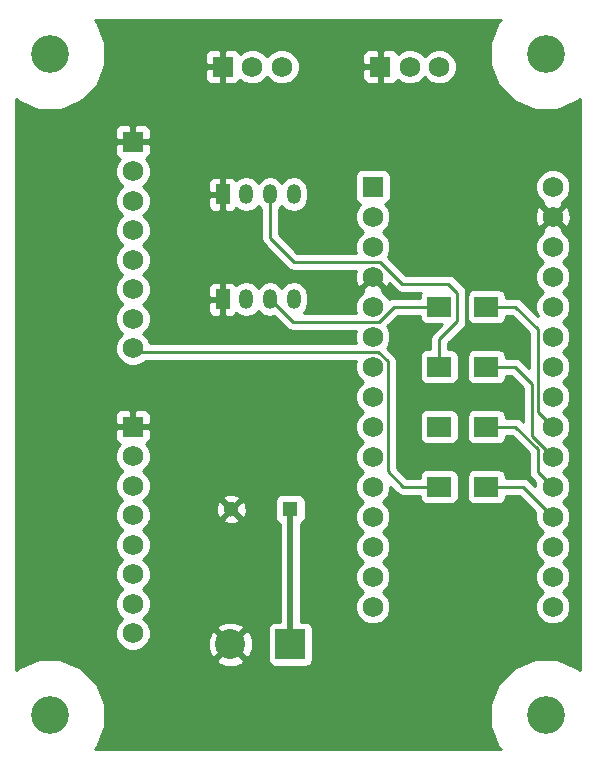
<source format=gbr>
G04 #@! TF.FileFunction,Copper,L1,Top,Signal*
%FSLAX46Y46*%
G04 Gerber Fmt 4.6, Leading zero omitted, Abs format (unit mm)*
G04 Created by KiCad (PCBNEW 4.0.3+e1-6302~38~ubuntu15.04.1-stable) date Sat Aug 27 17:27:27 2016*
%MOMM*%
%LPD*%
G01*
G04 APERTURE LIST*
%ADD10C,0.100000*%
%ADD11R,1.727200X1.727200*%
%ADD12C,1.727200*%
%ADD13R,1.300000X1.300000*%
%ADD14C,1.300000*%
%ADD15R,1.750000X1.750000*%
%ADD16C,1.750000*%
%ADD17R,1.200000X1.700000*%
%ADD18O,1.200000X1.700000*%
%ADD19R,2.540000X2.540000*%
%ADD20C,2.540000*%
%ADD21R,2.000000X1.700000*%
%ADD22C,3.200000*%
%ADD23C,0.600000*%
%ADD24C,0.500000*%
%ADD25C,0.250000*%
%ADD26C,0.254000*%
G04 APERTURE END LIST*
D10*
D11*
X86360000Y-55245000D03*
D12*
X86360000Y-57785000D03*
X86360000Y-60325000D03*
X86360000Y-62865000D03*
X86360000Y-65405000D03*
X86360000Y-67945000D03*
X86360000Y-70485000D03*
X86360000Y-73025000D03*
X86360000Y-75565000D03*
X86360000Y-78105000D03*
X86360000Y-80645000D03*
X86360000Y-83185000D03*
X86360000Y-85725000D03*
X86360000Y-88265000D03*
X86360000Y-90805000D03*
X101600000Y-90805000D03*
X101600000Y-88265000D03*
X101600000Y-85725000D03*
X101600000Y-83185000D03*
X101600000Y-80645000D03*
X101600000Y-78105000D03*
X101600000Y-75565000D03*
X101600000Y-73025000D03*
X101600000Y-70485000D03*
X101600000Y-67945000D03*
X101600000Y-65405000D03*
X101600000Y-62865000D03*
X101600000Y-60325000D03*
X101600000Y-57785000D03*
X101600000Y-55245000D03*
D13*
X79375000Y-82550000D03*
D14*
X74375000Y-82550000D03*
D15*
X66040000Y-51435000D03*
D16*
X66040000Y-53935000D03*
X66040000Y-56435000D03*
X66040000Y-58935000D03*
X66040000Y-61435000D03*
X66040000Y-63935000D03*
X66040000Y-66435000D03*
X66040000Y-68935000D03*
D15*
X66040000Y-75565000D03*
D16*
X66040000Y-78065000D03*
X66040000Y-80565000D03*
X66040000Y-83065000D03*
X66040000Y-85565000D03*
X66040000Y-88065000D03*
X66040000Y-90565000D03*
X66040000Y-93065000D03*
D17*
X73660000Y-55880000D03*
D18*
X75660000Y-55880000D03*
X77660000Y-55880000D03*
X79660000Y-55880000D03*
D17*
X73660000Y-64770000D03*
D18*
X75660000Y-64770000D03*
X77660000Y-64770000D03*
X79660000Y-64770000D03*
D19*
X79375000Y-93980000D03*
D20*
X74295000Y-93980000D03*
D21*
X95980000Y-80645000D03*
X91980000Y-80645000D03*
X95980000Y-75565000D03*
X91980000Y-75565000D03*
X95980000Y-70485000D03*
X91980000Y-70485000D03*
X95980000Y-65405000D03*
X91980000Y-65405000D03*
D15*
X73660000Y-45085000D03*
D16*
X76160000Y-45085000D03*
X78660000Y-45085000D03*
D15*
X86995000Y-45085000D03*
D16*
X89495000Y-45085000D03*
X91995000Y-45085000D03*
D22*
X59000000Y-44000000D03*
X101000000Y-44000000D03*
X59000000Y-100000000D03*
X101000000Y-100000000D03*
D23*
X91980000Y-75565000D03*
D24*
X74295000Y-82630000D02*
X74375000Y-82550000D01*
D25*
X101600000Y-83185000D02*
X99060000Y-80645000D01*
X99060000Y-80645000D02*
X98134760Y-80645000D01*
X98134760Y-80645000D02*
X95980000Y-80645000D01*
X101600000Y-80645000D02*
X100330861Y-79375861D01*
X100330861Y-79375861D02*
X100330861Y-77472271D01*
X100330861Y-77472271D02*
X98423590Y-75565000D01*
X98423590Y-75565000D02*
X95980000Y-75565000D01*
X95980000Y-70485000D02*
X98410468Y-70485000D01*
X98410468Y-70485000D02*
X99864617Y-71939149D01*
X99864617Y-71939149D02*
X99864617Y-76369617D01*
X100617028Y-77122028D02*
X101600000Y-78105000D01*
X99864617Y-76369617D02*
X100617028Y-77122028D01*
X101600000Y-78105000D02*
X101473000Y-78105000D01*
X101600000Y-75565000D02*
X100330000Y-74295000D01*
X100330000Y-74295000D02*
X100330000Y-67310000D01*
X100330000Y-67310000D02*
X98425000Y-65405000D01*
X98425000Y-65405000D02*
X95980000Y-65405000D01*
X101600000Y-75565000D02*
X101473000Y-75565000D01*
X101600000Y-75565000D02*
X101060000Y-75565000D01*
D24*
X79375000Y-82550000D02*
X79375000Y-93980000D01*
D25*
X91980000Y-80645000D02*
X88917897Y-80645000D01*
X88917897Y-80645000D02*
X87615333Y-79342436D01*
X87615333Y-70013489D02*
X86816844Y-69215000D01*
X87615333Y-79342436D02*
X87615333Y-70013489D01*
X86816844Y-69215000D02*
X66320000Y-69215000D01*
X66320000Y-69215000D02*
X66040000Y-68935000D01*
X91980000Y-80645000D02*
X92075000Y-80645000D01*
X91980000Y-70612000D02*
X91980000Y-68180094D01*
X91980000Y-68180094D02*
X93520280Y-66639814D01*
X93520280Y-66639814D02*
X93520280Y-64230482D01*
X93520280Y-64230482D02*
X92746188Y-63456390D01*
X92746188Y-63456390D02*
X88856390Y-63456390D01*
X88856390Y-63456390D02*
X86995000Y-61595000D01*
X86995000Y-61595000D02*
X79650221Y-61595000D01*
X79650221Y-61595000D02*
X77660000Y-59604779D01*
X77660000Y-59604779D02*
X77660000Y-55880000D01*
X91980000Y-65405000D02*
X88165588Y-65405000D01*
X88165588Y-65405000D02*
X86895588Y-66675000D01*
X86895588Y-66675000D02*
X79565000Y-66675000D01*
X79565000Y-66675000D02*
X77660000Y-64770000D01*
X77660000Y-64770000D02*
X77660000Y-64960000D01*
D26*
G36*
X96994981Y-41318874D02*
X96273823Y-43055617D01*
X96272182Y-44936133D01*
X96990308Y-46674132D01*
X98318874Y-48005019D01*
X100055617Y-48726177D01*
X101936133Y-48727818D01*
X103674132Y-48009692D01*
X103873000Y-47811171D01*
X103873000Y-96187190D01*
X103681126Y-95994981D01*
X101944383Y-95273823D01*
X100063867Y-95272182D01*
X98325868Y-95990308D01*
X96994981Y-97318874D01*
X96273823Y-99055617D01*
X96272182Y-100936133D01*
X96990308Y-102674132D01*
X97188829Y-102873000D01*
X62812810Y-102873000D01*
X63005019Y-102681126D01*
X63726177Y-100944383D01*
X63727818Y-99063867D01*
X63009692Y-97325868D01*
X61681126Y-95994981D01*
X60074319Y-95327777D01*
X73126828Y-95327777D01*
X73258520Y-95622657D01*
X73966036Y-95894261D01*
X74723632Y-95874436D01*
X75331480Y-95622657D01*
X75463172Y-95327777D01*
X74295000Y-94159605D01*
X73126828Y-95327777D01*
X60074319Y-95327777D01*
X59944383Y-95273823D01*
X58063867Y-95272182D01*
X56325868Y-95990308D01*
X56127000Y-96188829D01*
X56127000Y-78364040D01*
X64529738Y-78364040D01*
X64759138Y-78919229D01*
X65154536Y-79315318D01*
X64760630Y-79708537D01*
X64530262Y-80263325D01*
X64529738Y-80864040D01*
X64759138Y-81419229D01*
X65154536Y-81815318D01*
X64760630Y-82208537D01*
X64530262Y-82763325D01*
X64529738Y-83364040D01*
X64759138Y-83919229D01*
X65154536Y-84315318D01*
X64760630Y-84708537D01*
X64530262Y-85263325D01*
X64529738Y-85864040D01*
X64759138Y-86419229D01*
X65154536Y-86815318D01*
X64760630Y-87208537D01*
X64530262Y-87763325D01*
X64529738Y-88364040D01*
X64759138Y-88919229D01*
X65154536Y-89315318D01*
X64760630Y-89708537D01*
X64530262Y-90263325D01*
X64529738Y-90864040D01*
X64759138Y-91419229D01*
X65154536Y-91815318D01*
X64760630Y-92208537D01*
X64530262Y-92763325D01*
X64529738Y-93364040D01*
X64759138Y-93919229D01*
X65183537Y-94344370D01*
X65738325Y-94574738D01*
X66339040Y-94575262D01*
X66894229Y-94345862D01*
X67319370Y-93921463D01*
X67431661Y-93651036D01*
X72380739Y-93651036D01*
X72400564Y-94408632D01*
X72652343Y-95016480D01*
X72947223Y-95148172D01*
X74115395Y-93980000D01*
X74474605Y-93980000D01*
X75642777Y-95148172D01*
X75937657Y-95016480D01*
X76209261Y-94308964D01*
X76189436Y-93551368D01*
X75937657Y-92943520D01*
X75642777Y-92811828D01*
X74474605Y-93980000D01*
X74115395Y-93980000D01*
X72947223Y-92811828D01*
X72652343Y-92943520D01*
X72380739Y-93651036D01*
X67431661Y-93651036D01*
X67549738Y-93366675D01*
X67550262Y-92765960D01*
X67495003Y-92632223D01*
X73126828Y-92632223D01*
X74295000Y-93800395D01*
X75385395Y-92710000D01*
X77457560Y-92710000D01*
X77457560Y-95250000D01*
X77501838Y-95485317D01*
X77640910Y-95701441D01*
X77853110Y-95846431D01*
X78105000Y-95897440D01*
X80645000Y-95897440D01*
X80880317Y-95853162D01*
X81096441Y-95714090D01*
X81241431Y-95501890D01*
X81292440Y-95250000D01*
X81292440Y-92710000D01*
X81248162Y-92474683D01*
X81109090Y-92258559D01*
X80896890Y-92113569D01*
X80645000Y-92062560D01*
X80260000Y-92062560D01*
X80260000Y-83803222D01*
X80260317Y-83803162D01*
X80476441Y-83664090D01*
X80621431Y-83451890D01*
X80672440Y-83200000D01*
X80672440Y-81900000D01*
X80628162Y-81664683D01*
X80489090Y-81448559D01*
X80276890Y-81303569D01*
X80025000Y-81252560D01*
X78725000Y-81252560D01*
X78489683Y-81296838D01*
X78273559Y-81435910D01*
X78128569Y-81648110D01*
X78077560Y-81900000D01*
X78077560Y-83200000D01*
X78121838Y-83435317D01*
X78260910Y-83651441D01*
X78473110Y-83796431D01*
X78490000Y-83799851D01*
X78490000Y-92062560D01*
X78105000Y-92062560D01*
X77869683Y-92106838D01*
X77653559Y-92245910D01*
X77508569Y-92458110D01*
X77457560Y-92710000D01*
X75385395Y-92710000D01*
X75463172Y-92632223D01*
X75331480Y-92337343D01*
X74623964Y-92065739D01*
X73866368Y-92085564D01*
X73258520Y-92337343D01*
X73126828Y-92632223D01*
X67495003Y-92632223D01*
X67320862Y-92210771D01*
X66925464Y-91814682D01*
X67319370Y-91421463D01*
X67549738Y-90866675D01*
X67550262Y-90265960D01*
X67320862Y-89710771D01*
X66925464Y-89314682D01*
X67319370Y-88921463D01*
X67549738Y-88366675D01*
X67550262Y-87765960D01*
X67320862Y-87210771D01*
X66925464Y-86814682D01*
X67319370Y-86421463D01*
X67549738Y-85866675D01*
X67550262Y-85265960D01*
X67320862Y-84710771D01*
X66925464Y-84314682D01*
X67319370Y-83921463D01*
X67515547Y-83449016D01*
X73655590Y-83449016D01*
X73711271Y-83679611D01*
X74194078Y-83847622D01*
X74704428Y-83818083D01*
X75038729Y-83679611D01*
X75094410Y-83449016D01*
X74375000Y-82729605D01*
X73655590Y-83449016D01*
X67515547Y-83449016D01*
X67549738Y-83366675D01*
X67550262Y-82765960D01*
X67386274Y-82369078D01*
X73077378Y-82369078D01*
X73106917Y-82879428D01*
X73245389Y-83213729D01*
X73475984Y-83269410D01*
X74195395Y-82550000D01*
X74554605Y-82550000D01*
X75274016Y-83269410D01*
X75504611Y-83213729D01*
X75672622Y-82730922D01*
X75643083Y-82220572D01*
X75504611Y-81886271D01*
X75274016Y-81830590D01*
X74554605Y-82550000D01*
X74195395Y-82550000D01*
X73475984Y-81830590D01*
X73245389Y-81886271D01*
X73077378Y-82369078D01*
X67386274Y-82369078D01*
X67320862Y-82210771D01*
X66925464Y-81814682D01*
X67089447Y-81650984D01*
X73655590Y-81650984D01*
X74375000Y-82370395D01*
X75094410Y-81650984D01*
X75038729Y-81420389D01*
X74555922Y-81252378D01*
X74045572Y-81281917D01*
X73711271Y-81420389D01*
X73655590Y-81650984D01*
X67089447Y-81650984D01*
X67319370Y-81421463D01*
X67549738Y-80866675D01*
X67550262Y-80265960D01*
X67320862Y-79710771D01*
X66925464Y-79314682D01*
X67319370Y-78921463D01*
X67549738Y-78366675D01*
X67550262Y-77765960D01*
X67320862Y-77210771D01*
X67143198Y-77032797D01*
X67274699Y-76978327D01*
X67453327Y-76799698D01*
X67550000Y-76566309D01*
X67550000Y-75850750D01*
X67391250Y-75692000D01*
X66167000Y-75692000D01*
X66167000Y-75712000D01*
X65913000Y-75712000D01*
X65913000Y-75692000D01*
X64688750Y-75692000D01*
X64530000Y-75850750D01*
X64530000Y-76566309D01*
X64626673Y-76799698D01*
X64805301Y-76978327D01*
X64936714Y-77032760D01*
X64760630Y-77208537D01*
X64530262Y-77763325D01*
X64529738Y-78364040D01*
X56127000Y-78364040D01*
X56127000Y-74563691D01*
X64530000Y-74563691D01*
X64530000Y-75279250D01*
X64688750Y-75438000D01*
X65913000Y-75438000D01*
X65913000Y-74213750D01*
X66167000Y-74213750D01*
X66167000Y-75438000D01*
X67391250Y-75438000D01*
X67550000Y-75279250D01*
X67550000Y-74563691D01*
X67453327Y-74330302D01*
X67274699Y-74151673D01*
X67041310Y-74055000D01*
X66325750Y-74055000D01*
X66167000Y-74213750D01*
X65913000Y-74213750D01*
X65754250Y-74055000D01*
X65038690Y-74055000D01*
X64805301Y-74151673D01*
X64626673Y-74330302D01*
X64530000Y-74563691D01*
X56127000Y-74563691D01*
X56127000Y-54234040D01*
X64529738Y-54234040D01*
X64759138Y-54789229D01*
X65154536Y-55185318D01*
X64760630Y-55578537D01*
X64530262Y-56133325D01*
X64529738Y-56734040D01*
X64759138Y-57289229D01*
X65154536Y-57685318D01*
X64760630Y-58078537D01*
X64530262Y-58633325D01*
X64529738Y-59234040D01*
X64759138Y-59789229D01*
X65154536Y-60185318D01*
X64760630Y-60578537D01*
X64530262Y-61133325D01*
X64529738Y-61734040D01*
X64759138Y-62289229D01*
X65154536Y-62685318D01*
X64760630Y-63078537D01*
X64530262Y-63633325D01*
X64529738Y-64234040D01*
X64759138Y-64789229D01*
X65154536Y-65185318D01*
X64760630Y-65578537D01*
X64530262Y-66133325D01*
X64529738Y-66734040D01*
X64759138Y-67289229D01*
X65154536Y-67685318D01*
X64760630Y-68078537D01*
X64530262Y-68633325D01*
X64529738Y-69234040D01*
X64759138Y-69789229D01*
X65183537Y-70214370D01*
X65738325Y-70444738D01*
X66339040Y-70445262D01*
X66894229Y-70215862D01*
X67135512Y-69975000D01*
X84949111Y-69975000D01*
X84861661Y-70185602D01*
X84861141Y-70781782D01*
X85088808Y-71332780D01*
X85510003Y-71754710D01*
X85510931Y-71755095D01*
X85090290Y-72175003D01*
X84861661Y-72725602D01*
X84861141Y-73321782D01*
X85088808Y-73872780D01*
X85510003Y-74294710D01*
X85510931Y-74295095D01*
X85090290Y-74715003D01*
X84861661Y-75265602D01*
X84861141Y-75861782D01*
X85088808Y-76412780D01*
X85510003Y-76834710D01*
X85510931Y-76835095D01*
X85090290Y-77255003D01*
X84861661Y-77805602D01*
X84861141Y-78401782D01*
X85088808Y-78952780D01*
X85510003Y-79374710D01*
X85510931Y-79375095D01*
X85090290Y-79795003D01*
X84861661Y-80345602D01*
X84861141Y-80941782D01*
X85088808Y-81492780D01*
X85510003Y-81914710D01*
X85510931Y-81915095D01*
X85090290Y-82335003D01*
X84861661Y-82885602D01*
X84861141Y-83481782D01*
X85088808Y-84032780D01*
X85510003Y-84454710D01*
X85510931Y-84455095D01*
X85090290Y-84875003D01*
X84861661Y-85425602D01*
X84861141Y-86021782D01*
X85088808Y-86572780D01*
X85510003Y-86994710D01*
X85510931Y-86995095D01*
X85090290Y-87415003D01*
X84861661Y-87965602D01*
X84861141Y-88561782D01*
X85088808Y-89112780D01*
X85510003Y-89534710D01*
X85510931Y-89535095D01*
X85090290Y-89955003D01*
X84861661Y-90505602D01*
X84861141Y-91101782D01*
X85088808Y-91652780D01*
X85510003Y-92074710D01*
X86060602Y-92303339D01*
X86656782Y-92303859D01*
X87207780Y-92076192D01*
X87629710Y-91654997D01*
X87858339Y-91104398D01*
X87858859Y-90508218D01*
X87631192Y-89957220D01*
X87209997Y-89535290D01*
X87209069Y-89534905D01*
X87629710Y-89114997D01*
X87858339Y-88564398D01*
X87858859Y-87968218D01*
X87631192Y-87417220D01*
X87209997Y-86995290D01*
X87209069Y-86994905D01*
X87629710Y-86574997D01*
X87858339Y-86024398D01*
X87858859Y-85428218D01*
X87631192Y-84877220D01*
X87209997Y-84455290D01*
X87209069Y-84454905D01*
X87629710Y-84034997D01*
X87858339Y-83484398D01*
X87858859Y-82888218D01*
X87631192Y-82337220D01*
X87209997Y-81915290D01*
X87209069Y-81914905D01*
X87629710Y-81494997D01*
X87858339Y-80944398D01*
X87858587Y-80660492D01*
X88380496Y-81182401D01*
X88627058Y-81347148D01*
X88917897Y-81405000D01*
X90332560Y-81405000D01*
X90332560Y-81495000D01*
X90376838Y-81730317D01*
X90515910Y-81946441D01*
X90728110Y-82091431D01*
X90980000Y-82142440D01*
X92980000Y-82142440D01*
X93215317Y-82098162D01*
X93431441Y-81959090D01*
X93576431Y-81746890D01*
X93627440Y-81495000D01*
X93627440Y-79795000D01*
X93583162Y-79559683D01*
X93444090Y-79343559D01*
X93231890Y-79198569D01*
X92980000Y-79147560D01*
X90980000Y-79147560D01*
X90744683Y-79191838D01*
X90528559Y-79330910D01*
X90383569Y-79543110D01*
X90332560Y-79795000D01*
X90332560Y-79885000D01*
X89232699Y-79885000D01*
X88375333Y-79027634D01*
X88375333Y-74715000D01*
X90332560Y-74715000D01*
X90332560Y-76415000D01*
X90376838Y-76650317D01*
X90515910Y-76866441D01*
X90728110Y-77011431D01*
X90980000Y-77062440D01*
X92980000Y-77062440D01*
X93215317Y-77018162D01*
X93431441Y-76879090D01*
X93576431Y-76666890D01*
X93627440Y-76415000D01*
X93627440Y-74715000D01*
X93583162Y-74479683D01*
X93444090Y-74263559D01*
X93231890Y-74118569D01*
X92980000Y-74067560D01*
X90980000Y-74067560D01*
X90744683Y-74111838D01*
X90528559Y-74250910D01*
X90383569Y-74463110D01*
X90332560Y-74715000D01*
X88375333Y-74715000D01*
X88375333Y-70013489D01*
X88317481Y-69722650D01*
X88152734Y-69476088D01*
X87550608Y-68873962D01*
X87629710Y-68794997D01*
X87858339Y-68244398D01*
X87858859Y-67648218D01*
X87631192Y-67097220D01*
X87589717Y-67055673D01*
X88480390Y-66165000D01*
X90332560Y-66165000D01*
X90332560Y-66255000D01*
X90376838Y-66490317D01*
X90515910Y-66706441D01*
X90728110Y-66851431D01*
X90980000Y-66902440D01*
X92182852Y-66902440D01*
X91442599Y-67642693D01*
X91277852Y-67889255D01*
X91220000Y-68180094D01*
X91220000Y-68987560D01*
X90980000Y-68987560D01*
X90744683Y-69031838D01*
X90528559Y-69170910D01*
X90383569Y-69383110D01*
X90332560Y-69635000D01*
X90332560Y-71335000D01*
X90376838Y-71570317D01*
X90515910Y-71786441D01*
X90728110Y-71931431D01*
X90980000Y-71982440D01*
X92980000Y-71982440D01*
X93215317Y-71938162D01*
X93431441Y-71799090D01*
X93576431Y-71586890D01*
X93627440Y-71335000D01*
X93627440Y-69635000D01*
X93583162Y-69399683D01*
X93444090Y-69183559D01*
X93231890Y-69038569D01*
X92980000Y-68987560D01*
X92740000Y-68987560D01*
X92740000Y-68494896D01*
X94057681Y-67177215D01*
X94222428Y-66930653D01*
X94280280Y-66639814D01*
X94280280Y-64555000D01*
X94332560Y-64555000D01*
X94332560Y-66255000D01*
X94376838Y-66490317D01*
X94515910Y-66706441D01*
X94728110Y-66851431D01*
X94980000Y-66902440D01*
X96980000Y-66902440D01*
X97215317Y-66858162D01*
X97431441Y-66719090D01*
X97576431Y-66506890D01*
X97627440Y-66255000D01*
X97627440Y-66165000D01*
X98110198Y-66165000D01*
X99570000Y-67624802D01*
X99570000Y-70569730D01*
X98947869Y-69947599D01*
X98701307Y-69782852D01*
X98410468Y-69725000D01*
X97627440Y-69725000D01*
X97627440Y-69635000D01*
X97583162Y-69399683D01*
X97444090Y-69183559D01*
X97231890Y-69038569D01*
X96980000Y-68987560D01*
X94980000Y-68987560D01*
X94744683Y-69031838D01*
X94528559Y-69170910D01*
X94383569Y-69383110D01*
X94332560Y-69635000D01*
X94332560Y-71335000D01*
X94376838Y-71570317D01*
X94515910Y-71786441D01*
X94728110Y-71931431D01*
X94980000Y-71982440D01*
X96980000Y-71982440D01*
X97215317Y-71938162D01*
X97431441Y-71799090D01*
X97576431Y-71586890D01*
X97627440Y-71335000D01*
X97627440Y-71245000D01*
X98095666Y-71245000D01*
X99104617Y-72253951D01*
X99104617Y-75171225D01*
X98960991Y-75027599D01*
X98714429Y-74862852D01*
X98423590Y-74805000D01*
X97627440Y-74805000D01*
X97627440Y-74715000D01*
X97583162Y-74479683D01*
X97444090Y-74263559D01*
X97231890Y-74118569D01*
X96980000Y-74067560D01*
X94980000Y-74067560D01*
X94744683Y-74111838D01*
X94528559Y-74250910D01*
X94383569Y-74463110D01*
X94332560Y-74715000D01*
X94332560Y-76415000D01*
X94376838Y-76650317D01*
X94515910Y-76866441D01*
X94728110Y-77011431D01*
X94980000Y-77062440D01*
X96980000Y-77062440D01*
X97215317Y-77018162D01*
X97431441Y-76879090D01*
X97576431Y-76666890D01*
X97627440Y-76415000D01*
X97627440Y-76325000D01*
X98108788Y-76325000D01*
X99570861Y-77787073D01*
X99570861Y-79375861D01*
X99628713Y-79666700D01*
X99793460Y-79913262D01*
X100138084Y-80257886D01*
X100101661Y-80345602D01*
X100101429Y-80611627D01*
X99597401Y-80107599D01*
X99350839Y-79942852D01*
X99060000Y-79885000D01*
X97627440Y-79885000D01*
X97627440Y-79795000D01*
X97583162Y-79559683D01*
X97444090Y-79343559D01*
X97231890Y-79198569D01*
X96980000Y-79147560D01*
X94980000Y-79147560D01*
X94744683Y-79191838D01*
X94528559Y-79330910D01*
X94383569Y-79543110D01*
X94332560Y-79795000D01*
X94332560Y-81495000D01*
X94376838Y-81730317D01*
X94515910Y-81946441D01*
X94728110Y-82091431D01*
X94980000Y-82142440D01*
X96980000Y-82142440D01*
X97215317Y-82098162D01*
X97431441Y-81959090D01*
X97576431Y-81746890D01*
X97627440Y-81495000D01*
X97627440Y-81405000D01*
X98745198Y-81405000D01*
X100138084Y-82797886D01*
X100101661Y-82885602D01*
X100101141Y-83481782D01*
X100328808Y-84032780D01*
X100750003Y-84454710D01*
X100750931Y-84455095D01*
X100330290Y-84875003D01*
X100101661Y-85425602D01*
X100101141Y-86021782D01*
X100328808Y-86572780D01*
X100750003Y-86994710D01*
X100750931Y-86995095D01*
X100330290Y-87415003D01*
X100101661Y-87965602D01*
X100101141Y-88561782D01*
X100328808Y-89112780D01*
X100750003Y-89534710D01*
X100750931Y-89535095D01*
X100330290Y-89955003D01*
X100101661Y-90505602D01*
X100101141Y-91101782D01*
X100328808Y-91652780D01*
X100750003Y-92074710D01*
X101300602Y-92303339D01*
X101896782Y-92303859D01*
X102447780Y-92076192D01*
X102869710Y-91654997D01*
X103098339Y-91104398D01*
X103098859Y-90508218D01*
X102871192Y-89957220D01*
X102449997Y-89535290D01*
X102449069Y-89534905D01*
X102869710Y-89114997D01*
X103098339Y-88564398D01*
X103098859Y-87968218D01*
X102871192Y-87417220D01*
X102449997Y-86995290D01*
X102449069Y-86994905D01*
X102869710Y-86574997D01*
X103098339Y-86024398D01*
X103098859Y-85428218D01*
X102871192Y-84877220D01*
X102449997Y-84455290D01*
X102449069Y-84454905D01*
X102869710Y-84034997D01*
X103098339Y-83484398D01*
X103098859Y-82888218D01*
X102871192Y-82337220D01*
X102449997Y-81915290D01*
X102449069Y-81914905D01*
X102869710Y-81494997D01*
X103098339Y-80944398D01*
X103098859Y-80348218D01*
X102871192Y-79797220D01*
X102449997Y-79375290D01*
X102449069Y-79374905D01*
X102869710Y-78954997D01*
X103098339Y-78404398D01*
X103098859Y-77808218D01*
X102871192Y-77257220D01*
X102449997Y-76835290D01*
X102449069Y-76834905D01*
X102869710Y-76414997D01*
X103098339Y-75864398D01*
X103098859Y-75268218D01*
X102871192Y-74717220D01*
X102449997Y-74295290D01*
X102449069Y-74294905D01*
X102869710Y-73874997D01*
X103098339Y-73324398D01*
X103098859Y-72728218D01*
X102871192Y-72177220D01*
X102449997Y-71755290D01*
X102449069Y-71754905D01*
X102869710Y-71334997D01*
X103098339Y-70784398D01*
X103098859Y-70188218D01*
X102871192Y-69637220D01*
X102449997Y-69215290D01*
X102449069Y-69214905D01*
X102869710Y-68794997D01*
X103098339Y-68244398D01*
X103098859Y-67648218D01*
X102871192Y-67097220D01*
X102449997Y-66675290D01*
X102449069Y-66674905D01*
X102869710Y-66254997D01*
X103098339Y-65704398D01*
X103098859Y-65108218D01*
X102871192Y-64557220D01*
X102449997Y-64135290D01*
X102449069Y-64134905D01*
X102869710Y-63714997D01*
X103098339Y-63164398D01*
X103098859Y-62568218D01*
X102871192Y-62017220D01*
X102449997Y-61595290D01*
X102449069Y-61594905D01*
X102869710Y-61174997D01*
X103098339Y-60624398D01*
X103098859Y-60028218D01*
X102871192Y-59477220D01*
X102449997Y-59055290D01*
X102409463Y-59038459D01*
X102474200Y-58838805D01*
X101600000Y-57964605D01*
X100725800Y-58838805D01*
X100790399Y-59038033D01*
X100752220Y-59053808D01*
X100330290Y-59475003D01*
X100101661Y-60025602D01*
X100101141Y-60621782D01*
X100328808Y-61172780D01*
X100750003Y-61594710D01*
X100750931Y-61595095D01*
X100330290Y-62015003D01*
X100101661Y-62565602D01*
X100101141Y-63161782D01*
X100328808Y-63712780D01*
X100750003Y-64134710D01*
X100750931Y-64135095D01*
X100330290Y-64555003D01*
X100101661Y-65105602D01*
X100101141Y-65701782D01*
X100315589Y-66220787D01*
X98962401Y-64867599D01*
X98715839Y-64702852D01*
X98425000Y-64645000D01*
X97627440Y-64645000D01*
X97627440Y-64555000D01*
X97583162Y-64319683D01*
X97444090Y-64103559D01*
X97231890Y-63958569D01*
X96980000Y-63907560D01*
X94980000Y-63907560D01*
X94744683Y-63951838D01*
X94528559Y-64090910D01*
X94383569Y-64303110D01*
X94332560Y-64555000D01*
X94280280Y-64555000D01*
X94280280Y-64230482D01*
X94222428Y-63939643D01*
X94222428Y-63939642D01*
X94057681Y-63693081D01*
X93283589Y-62918989D01*
X93037027Y-62754242D01*
X92746188Y-62696390D01*
X89171192Y-62696390D01*
X87635604Y-61160802D01*
X87858339Y-60624398D01*
X87858859Y-60028218D01*
X87631192Y-59477220D01*
X87209997Y-59055290D01*
X87209069Y-59054905D01*
X87629710Y-58634997D01*
X87858339Y-58084398D01*
X87858802Y-57553030D01*
X100089752Y-57553030D01*
X100115942Y-58148635D01*
X100293484Y-58577259D01*
X100546195Y-58659200D01*
X101420395Y-57785000D01*
X101779605Y-57785000D01*
X102653805Y-58659200D01*
X102906516Y-58577259D01*
X103110248Y-58016970D01*
X103084058Y-57421365D01*
X102906516Y-56992741D01*
X102653805Y-56910800D01*
X101779605Y-57785000D01*
X101420395Y-57785000D01*
X100546195Y-56910800D01*
X100293484Y-56992741D01*
X100089752Y-57553030D01*
X87858802Y-57553030D01*
X87858859Y-57488218D01*
X87631192Y-56937220D01*
X87414475Y-56720124D01*
X87458917Y-56711762D01*
X87675041Y-56572690D01*
X87820031Y-56360490D01*
X87871040Y-56108600D01*
X87871040Y-55541782D01*
X100101141Y-55541782D01*
X100328808Y-56092780D01*
X100750003Y-56514710D01*
X100790537Y-56531541D01*
X100725800Y-56731195D01*
X101600000Y-57605395D01*
X102474200Y-56731195D01*
X102409601Y-56531967D01*
X102447780Y-56516192D01*
X102869710Y-56094997D01*
X103098339Y-55544398D01*
X103098859Y-54948218D01*
X102871192Y-54397220D01*
X102449997Y-53975290D01*
X101899398Y-53746661D01*
X101303218Y-53746141D01*
X100752220Y-53973808D01*
X100330290Y-54395003D01*
X100101661Y-54945602D01*
X100101141Y-55541782D01*
X87871040Y-55541782D01*
X87871040Y-54381400D01*
X87826762Y-54146083D01*
X87687690Y-53929959D01*
X87475490Y-53784969D01*
X87223600Y-53733960D01*
X85496400Y-53733960D01*
X85261083Y-53778238D01*
X85044959Y-53917310D01*
X84899969Y-54129510D01*
X84848960Y-54381400D01*
X84848960Y-56108600D01*
X84893238Y-56343917D01*
X85032310Y-56560041D01*
X85244510Y-56705031D01*
X85307820Y-56717852D01*
X85090290Y-56935003D01*
X84861661Y-57485602D01*
X84861141Y-58081782D01*
X85088808Y-58632780D01*
X85510003Y-59054710D01*
X85510931Y-59055095D01*
X85090290Y-59475003D01*
X84861661Y-60025602D01*
X84861141Y-60621782D01*
X84949241Y-60835000D01*
X79965023Y-60835000D01*
X78420000Y-59289977D01*
X78420000Y-57108059D01*
X78533277Y-57032370D01*
X78660000Y-56842715D01*
X78786723Y-57032370D01*
X79187386Y-57300084D01*
X79660000Y-57394093D01*
X80132614Y-57300084D01*
X80533277Y-57032370D01*
X80800991Y-56631707D01*
X80895000Y-56159093D01*
X80895000Y-55600907D01*
X80800991Y-55128293D01*
X80533277Y-54727630D01*
X80132614Y-54459916D01*
X79660000Y-54365907D01*
X79187386Y-54459916D01*
X78786723Y-54727630D01*
X78660000Y-54917285D01*
X78533277Y-54727630D01*
X78132614Y-54459916D01*
X77660000Y-54365907D01*
X77187386Y-54459916D01*
X76786723Y-54727630D01*
X76660000Y-54917285D01*
X76533277Y-54727630D01*
X76132614Y-54459916D01*
X75660000Y-54365907D01*
X75187386Y-54459916D01*
X74814410Y-54709130D01*
X74798327Y-54670301D01*
X74619698Y-54491673D01*
X74386309Y-54395000D01*
X73945750Y-54395000D01*
X73787000Y-54553750D01*
X73787000Y-55753000D01*
X73807000Y-55753000D01*
X73807000Y-56007000D01*
X73787000Y-56007000D01*
X73787000Y-57206250D01*
X73945750Y-57365000D01*
X74386309Y-57365000D01*
X74619698Y-57268327D01*
X74798327Y-57089699D01*
X74814410Y-57050870D01*
X75187386Y-57300084D01*
X75660000Y-57394093D01*
X76132614Y-57300084D01*
X76533277Y-57032370D01*
X76660000Y-56842715D01*
X76786723Y-57032370D01*
X76900000Y-57108059D01*
X76900000Y-59604779D01*
X76957852Y-59895618D01*
X77122599Y-60142180D01*
X79112820Y-62132401D01*
X79359382Y-62297148D01*
X79650221Y-62355000D01*
X84950849Y-62355000D01*
X84849752Y-62633030D01*
X84875942Y-63228635D01*
X85053484Y-63657259D01*
X85306195Y-63739200D01*
X86180395Y-62865000D01*
X86166253Y-62850858D01*
X86345858Y-62671253D01*
X86360000Y-62685395D01*
X86374143Y-62671253D01*
X86553748Y-62850858D01*
X86539605Y-62865000D01*
X87413805Y-63739200D01*
X87666516Y-63657259D01*
X87750764Y-63425566D01*
X88318989Y-63993791D01*
X88565551Y-64158538D01*
X88856390Y-64216390D01*
X90442822Y-64216390D01*
X90383569Y-64303110D01*
X90332560Y-64555000D01*
X90332560Y-64645000D01*
X88165588Y-64645000D01*
X87874748Y-64702852D01*
X87731041Y-64798874D01*
X87631192Y-64557220D01*
X87209997Y-64135290D01*
X87169463Y-64118459D01*
X87234200Y-63918805D01*
X86360000Y-63044605D01*
X85485800Y-63918805D01*
X85550399Y-64118033D01*
X85512220Y-64133808D01*
X85090290Y-64555003D01*
X84861661Y-65105602D01*
X84861141Y-65701782D01*
X84949241Y-65915000D01*
X80538201Y-65915000D01*
X80800991Y-65521707D01*
X80895000Y-65049093D01*
X80895000Y-64490907D01*
X80800991Y-64018293D01*
X80533277Y-63617630D01*
X80132614Y-63349916D01*
X79660000Y-63255907D01*
X79187386Y-63349916D01*
X78786723Y-63617630D01*
X78660000Y-63807285D01*
X78533277Y-63617630D01*
X78132614Y-63349916D01*
X77660000Y-63255907D01*
X77187386Y-63349916D01*
X76786723Y-63617630D01*
X76660000Y-63807285D01*
X76533277Y-63617630D01*
X76132614Y-63349916D01*
X75660000Y-63255907D01*
X75187386Y-63349916D01*
X74814410Y-63599130D01*
X74798327Y-63560301D01*
X74619698Y-63381673D01*
X74386309Y-63285000D01*
X73945750Y-63285000D01*
X73787000Y-63443750D01*
X73787000Y-64643000D01*
X73807000Y-64643000D01*
X73807000Y-64897000D01*
X73787000Y-64897000D01*
X73787000Y-66096250D01*
X73945750Y-66255000D01*
X74386309Y-66255000D01*
X74619698Y-66158327D01*
X74798327Y-65979699D01*
X74814410Y-65940870D01*
X75187386Y-66190084D01*
X75660000Y-66284093D01*
X76132614Y-66190084D01*
X76533277Y-65922370D01*
X76660000Y-65732715D01*
X76786723Y-65922370D01*
X77187386Y-66190084D01*
X77660000Y-66284093D01*
X78026408Y-66211210D01*
X79027599Y-67212401D01*
X79274161Y-67377148D01*
X79565000Y-67435000D01*
X84949111Y-67435000D01*
X84861661Y-67645602D01*
X84861141Y-68241782D01*
X84949241Y-68455000D01*
X67475491Y-68455000D01*
X67320862Y-68080771D01*
X66925464Y-67684682D01*
X67319370Y-67291463D01*
X67549738Y-66736675D01*
X67550262Y-66135960D01*
X67320862Y-65580771D01*
X66925464Y-65184682D01*
X67054621Y-65055750D01*
X72425000Y-65055750D01*
X72425000Y-65746310D01*
X72521673Y-65979699D01*
X72700302Y-66158327D01*
X72933691Y-66255000D01*
X73374250Y-66255000D01*
X73533000Y-66096250D01*
X73533000Y-64897000D01*
X72583750Y-64897000D01*
X72425000Y-65055750D01*
X67054621Y-65055750D01*
X67319370Y-64791463D01*
X67549738Y-64236675D01*
X67550124Y-63793690D01*
X72425000Y-63793690D01*
X72425000Y-64484250D01*
X72583750Y-64643000D01*
X73533000Y-64643000D01*
X73533000Y-63443750D01*
X73374250Y-63285000D01*
X72933691Y-63285000D01*
X72700302Y-63381673D01*
X72521673Y-63560301D01*
X72425000Y-63793690D01*
X67550124Y-63793690D01*
X67550262Y-63635960D01*
X67320862Y-63080771D01*
X66925464Y-62684682D01*
X67319370Y-62291463D01*
X67549738Y-61736675D01*
X67550262Y-61135960D01*
X67320862Y-60580771D01*
X66925464Y-60184682D01*
X67319370Y-59791463D01*
X67549738Y-59236675D01*
X67550262Y-58635960D01*
X67320862Y-58080771D01*
X66925464Y-57684682D01*
X67319370Y-57291463D01*
X67549738Y-56736675D01*
X67550236Y-56165750D01*
X72425000Y-56165750D01*
X72425000Y-56856310D01*
X72521673Y-57089699D01*
X72700302Y-57268327D01*
X72933691Y-57365000D01*
X73374250Y-57365000D01*
X73533000Y-57206250D01*
X73533000Y-56007000D01*
X72583750Y-56007000D01*
X72425000Y-56165750D01*
X67550236Y-56165750D01*
X67550262Y-56135960D01*
X67320862Y-55580771D01*
X66925464Y-55184682D01*
X67206946Y-54903690D01*
X72425000Y-54903690D01*
X72425000Y-55594250D01*
X72583750Y-55753000D01*
X73533000Y-55753000D01*
X73533000Y-54553750D01*
X73374250Y-54395000D01*
X72933691Y-54395000D01*
X72700302Y-54491673D01*
X72521673Y-54670301D01*
X72425000Y-54903690D01*
X67206946Y-54903690D01*
X67319370Y-54791463D01*
X67549738Y-54236675D01*
X67550262Y-53635960D01*
X67320862Y-53080771D01*
X67143198Y-52902797D01*
X67274699Y-52848327D01*
X67453327Y-52669698D01*
X67550000Y-52436309D01*
X67550000Y-51720750D01*
X67391250Y-51562000D01*
X66167000Y-51562000D01*
X66167000Y-51582000D01*
X65913000Y-51582000D01*
X65913000Y-51562000D01*
X64688750Y-51562000D01*
X64530000Y-51720750D01*
X64530000Y-52436309D01*
X64626673Y-52669698D01*
X64805301Y-52848327D01*
X64936714Y-52902760D01*
X64760630Y-53078537D01*
X64530262Y-53633325D01*
X64529738Y-54234040D01*
X56127000Y-54234040D01*
X56127000Y-50433691D01*
X64530000Y-50433691D01*
X64530000Y-51149250D01*
X64688750Y-51308000D01*
X65913000Y-51308000D01*
X65913000Y-50083750D01*
X66167000Y-50083750D01*
X66167000Y-51308000D01*
X67391250Y-51308000D01*
X67550000Y-51149250D01*
X67550000Y-50433691D01*
X67453327Y-50200302D01*
X67274699Y-50021673D01*
X67041310Y-49925000D01*
X66325750Y-49925000D01*
X66167000Y-50083750D01*
X65913000Y-50083750D01*
X65754250Y-49925000D01*
X65038690Y-49925000D01*
X64805301Y-50021673D01*
X64626673Y-50200302D01*
X64530000Y-50433691D01*
X56127000Y-50433691D01*
X56127000Y-47812810D01*
X56318874Y-48005019D01*
X58055617Y-48726177D01*
X59936133Y-48727818D01*
X61674132Y-48009692D01*
X63005019Y-46681126D01*
X63549134Y-45370750D01*
X72150000Y-45370750D01*
X72150000Y-46086310D01*
X72246673Y-46319699D01*
X72425302Y-46498327D01*
X72658691Y-46595000D01*
X73374250Y-46595000D01*
X73533000Y-46436250D01*
X73533000Y-45212000D01*
X72308750Y-45212000D01*
X72150000Y-45370750D01*
X63549134Y-45370750D01*
X63726177Y-44944383D01*
X63726928Y-44083690D01*
X72150000Y-44083690D01*
X72150000Y-44799250D01*
X72308750Y-44958000D01*
X73533000Y-44958000D01*
X73533000Y-43733750D01*
X73787000Y-43733750D01*
X73787000Y-44958000D01*
X73807000Y-44958000D01*
X73807000Y-45212000D01*
X73787000Y-45212000D01*
X73787000Y-46436250D01*
X73945750Y-46595000D01*
X74661309Y-46595000D01*
X74894698Y-46498327D01*
X75073327Y-46319699D01*
X75127760Y-46188286D01*
X75303537Y-46364370D01*
X75858325Y-46594738D01*
X76459040Y-46595262D01*
X77014229Y-46365862D01*
X77410318Y-45970464D01*
X77803537Y-46364370D01*
X78358325Y-46594738D01*
X78959040Y-46595262D01*
X79514229Y-46365862D01*
X79939370Y-45941463D01*
X80169738Y-45386675D01*
X80169751Y-45370750D01*
X85485000Y-45370750D01*
X85485000Y-46086310D01*
X85581673Y-46319699D01*
X85760302Y-46498327D01*
X85993691Y-46595000D01*
X86709250Y-46595000D01*
X86868000Y-46436250D01*
X86868000Y-45212000D01*
X85643750Y-45212000D01*
X85485000Y-45370750D01*
X80169751Y-45370750D01*
X80170262Y-44785960D01*
X79940862Y-44230771D01*
X79794038Y-44083690D01*
X85485000Y-44083690D01*
X85485000Y-44799250D01*
X85643750Y-44958000D01*
X86868000Y-44958000D01*
X86868000Y-43733750D01*
X87122000Y-43733750D01*
X87122000Y-44958000D01*
X87142000Y-44958000D01*
X87142000Y-45212000D01*
X87122000Y-45212000D01*
X87122000Y-46436250D01*
X87280750Y-46595000D01*
X87996309Y-46595000D01*
X88229698Y-46498327D01*
X88408327Y-46319699D01*
X88462760Y-46188286D01*
X88638537Y-46364370D01*
X89193325Y-46594738D01*
X89794040Y-46595262D01*
X90349229Y-46365862D01*
X90745318Y-45970464D01*
X91138537Y-46364370D01*
X91693325Y-46594738D01*
X92294040Y-46595262D01*
X92849229Y-46365862D01*
X93274370Y-45941463D01*
X93504738Y-45386675D01*
X93505262Y-44785960D01*
X93275862Y-44230771D01*
X92851463Y-43805630D01*
X92296675Y-43575262D01*
X91695960Y-43574738D01*
X91140771Y-43804138D01*
X90744682Y-44199536D01*
X90351463Y-43805630D01*
X89796675Y-43575262D01*
X89195960Y-43574738D01*
X88640771Y-43804138D01*
X88462797Y-43981802D01*
X88408327Y-43850301D01*
X88229698Y-43671673D01*
X87996309Y-43575000D01*
X87280750Y-43575000D01*
X87122000Y-43733750D01*
X86868000Y-43733750D01*
X86709250Y-43575000D01*
X85993691Y-43575000D01*
X85760302Y-43671673D01*
X85581673Y-43850301D01*
X85485000Y-44083690D01*
X79794038Y-44083690D01*
X79516463Y-43805630D01*
X78961675Y-43575262D01*
X78360960Y-43574738D01*
X77805771Y-43804138D01*
X77409682Y-44199536D01*
X77016463Y-43805630D01*
X76461675Y-43575262D01*
X75860960Y-43574738D01*
X75305771Y-43804138D01*
X75127797Y-43981802D01*
X75073327Y-43850301D01*
X74894698Y-43671673D01*
X74661309Y-43575000D01*
X73945750Y-43575000D01*
X73787000Y-43733750D01*
X73533000Y-43733750D01*
X73374250Y-43575000D01*
X72658691Y-43575000D01*
X72425302Y-43671673D01*
X72246673Y-43850301D01*
X72150000Y-44083690D01*
X63726928Y-44083690D01*
X63727818Y-43063867D01*
X63009692Y-41325868D01*
X62811171Y-41127000D01*
X97187190Y-41127000D01*
X96994981Y-41318874D01*
X96994981Y-41318874D01*
G37*
X96994981Y-41318874D02*
X96273823Y-43055617D01*
X96272182Y-44936133D01*
X96990308Y-46674132D01*
X98318874Y-48005019D01*
X100055617Y-48726177D01*
X101936133Y-48727818D01*
X103674132Y-48009692D01*
X103873000Y-47811171D01*
X103873000Y-96187190D01*
X103681126Y-95994981D01*
X101944383Y-95273823D01*
X100063867Y-95272182D01*
X98325868Y-95990308D01*
X96994981Y-97318874D01*
X96273823Y-99055617D01*
X96272182Y-100936133D01*
X96990308Y-102674132D01*
X97188829Y-102873000D01*
X62812810Y-102873000D01*
X63005019Y-102681126D01*
X63726177Y-100944383D01*
X63727818Y-99063867D01*
X63009692Y-97325868D01*
X61681126Y-95994981D01*
X60074319Y-95327777D01*
X73126828Y-95327777D01*
X73258520Y-95622657D01*
X73966036Y-95894261D01*
X74723632Y-95874436D01*
X75331480Y-95622657D01*
X75463172Y-95327777D01*
X74295000Y-94159605D01*
X73126828Y-95327777D01*
X60074319Y-95327777D01*
X59944383Y-95273823D01*
X58063867Y-95272182D01*
X56325868Y-95990308D01*
X56127000Y-96188829D01*
X56127000Y-78364040D01*
X64529738Y-78364040D01*
X64759138Y-78919229D01*
X65154536Y-79315318D01*
X64760630Y-79708537D01*
X64530262Y-80263325D01*
X64529738Y-80864040D01*
X64759138Y-81419229D01*
X65154536Y-81815318D01*
X64760630Y-82208537D01*
X64530262Y-82763325D01*
X64529738Y-83364040D01*
X64759138Y-83919229D01*
X65154536Y-84315318D01*
X64760630Y-84708537D01*
X64530262Y-85263325D01*
X64529738Y-85864040D01*
X64759138Y-86419229D01*
X65154536Y-86815318D01*
X64760630Y-87208537D01*
X64530262Y-87763325D01*
X64529738Y-88364040D01*
X64759138Y-88919229D01*
X65154536Y-89315318D01*
X64760630Y-89708537D01*
X64530262Y-90263325D01*
X64529738Y-90864040D01*
X64759138Y-91419229D01*
X65154536Y-91815318D01*
X64760630Y-92208537D01*
X64530262Y-92763325D01*
X64529738Y-93364040D01*
X64759138Y-93919229D01*
X65183537Y-94344370D01*
X65738325Y-94574738D01*
X66339040Y-94575262D01*
X66894229Y-94345862D01*
X67319370Y-93921463D01*
X67431661Y-93651036D01*
X72380739Y-93651036D01*
X72400564Y-94408632D01*
X72652343Y-95016480D01*
X72947223Y-95148172D01*
X74115395Y-93980000D01*
X74474605Y-93980000D01*
X75642777Y-95148172D01*
X75937657Y-95016480D01*
X76209261Y-94308964D01*
X76189436Y-93551368D01*
X75937657Y-92943520D01*
X75642777Y-92811828D01*
X74474605Y-93980000D01*
X74115395Y-93980000D01*
X72947223Y-92811828D01*
X72652343Y-92943520D01*
X72380739Y-93651036D01*
X67431661Y-93651036D01*
X67549738Y-93366675D01*
X67550262Y-92765960D01*
X67495003Y-92632223D01*
X73126828Y-92632223D01*
X74295000Y-93800395D01*
X75385395Y-92710000D01*
X77457560Y-92710000D01*
X77457560Y-95250000D01*
X77501838Y-95485317D01*
X77640910Y-95701441D01*
X77853110Y-95846431D01*
X78105000Y-95897440D01*
X80645000Y-95897440D01*
X80880317Y-95853162D01*
X81096441Y-95714090D01*
X81241431Y-95501890D01*
X81292440Y-95250000D01*
X81292440Y-92710000D01*
X81248162Y-92474683D01*
X81109090Y-92258559D01*
X80896890Y-92113569D01*
X80645000Y-92062560D01*
X80260000Y-92062560D01*
X80260000Y-83803222D01*
X80260317Y-83803162D01*
X80476441Y-83664090D01*
X80621431Y-83451890D01*
X80672440Y-83200000D01*
X80672440Y-81900000D01*
X80628162Y-81664683D01*
X80489090Y-81448559D01*
X80276890Y-81303569D01*
X80025000Y-81252560D01*
X78725000Y-81252560D01*
X78489683Y-81296838D01*
X78273559Y-81435910D01*
X78128569Y-81648110D01*
X78077560Y-81900000D01*
X78077560Y-83200000D01*
X78121838Y-83435317D01*
X78260910Y-83651441D01*
X78473110Y-83796431D01*
X78490000Y-83799851D01*
X78490000Y-92062560D01*
X78105000Y-92062560D01*
X77869683Y-92106838D01*
X77653559Y-92245910D01*
X77508569Y-92458110D01*
X77457560Y-92710000D01*
X75385395Y-92710000D01*
X75463172Y-92632223D01*
X75331480Y-92337343D01*
X74623964Y-92065739D01*
X73866368Y-92085564D01*
X73258520Y-92337343D01*
X73126828Y-92632223D01*
X67495003Y-92632223D01*
X67320862Y-92210771D01*
X66925464Y-91814682D01*
X67319370Y-91421463D01*
X67549738Y-90866675D01*
X67550262Y-90265960D01*
X67320862Y-89710771D01*
X66925464Y-89314682D01*
X67319370Y-88921463D01*
X67549738Y-88366675D01*
X67550262Y-87765960D01*
X67320862Y-87210771D01*
X66925464Y-86814682D01*
X67319370Y-86421463D01*
X67549738Y-85866675D01*
X67550262Y-85265960D01*
X67320862Y-84710771D01*
X66925464Y-84314682D01*
X67319370Y-83921463D01*
X67515547Y-83449016D01*
X73655590Y-83449016D01*
X73711271Y-83679611D01*
X74194078Y-83847622D01*
X74704428Y-83818083D01*
X75038729Y-83679611D01*
X75094410Y-83449016D01*
X74375000Y-82729605D01*
X73655590Y-83449016D01*
X67515547Y-83449016D01*
X67549738Y-83366675D01*
X67550262Y-82765960D01*
X67386274Y-82369078D01*
X73077378Y-82369078D01*
X73106917Y-82879428D01*
X73245389Y-83213729D01*
X73475984Y-83269410D01*
X74195395Y-82550000D01*
X74554605Y-82550000D01*
X75274016Y-83269410D01*
X75504611Y-83213729D01*
X75672622Y-82730922D01*
X75643083Y-82220572D01*
X75504611Y-81886271D01*
X75274016Y-81830590D01*
X74554605Y-82550000D01*
X74195395Y-82550000D01*
X73475984Y-81830590D01*
X73245389Y-81886271D01*
X73077378Y-82369078D01*
X67386274Y-82369078D01*
X67320862Y-82210771D01*
X66925464Y-81814682D01*
X67089447Y-81650984D01*
X73655590Y-81650984D01*
X74375000Y-82370395D01*
X75094410Y-81650984D01*
X75038729Y-81420389D01*
X74555922Y-81252378D01*
X74045572Y-81281917D01*
X73711271Y-81420389D01*
X73655590Y-81650984D01*
X67089447Y-81650984D01*
X67319370Y-81421463D01*
X67549738Y-80866675D01*
X67550262Y-80265960D01*
X67320862Y-79710771D01*
X66925464Y-79314682D01*
X67319370Y-78921463D01*
X67549738Y-78366675D01*
X67550262Y-77765960D01*
X67320862Y-77210771D01*
X67143198Y-77032797D01*
X67274699Y-76978327D01*
X67453327Y-76799698D01*
X67550000Y-76566309D01*
X67550000Y-75850750D01*
X67391250Y-75692000D01*
X66167000Y-75692000D01*
X66167000Y-75712000D01*
X65913000Y-75712000D01*
X65913000Y-75692000D01*
X64688750Y-75692000D01*
X64530000Y-75850750D01*
X64530000Y-76566309D01*
X64626673Y-76799698D01*
X64805301Y-76978327D01*
X64936714Y-77032760D01*
X64760630Y-77208537D01*
X64530262Y-77763325D01*
X64529738Y-78364040D01*
X56127000Y-78364040D01*
X56127000Y-74563691D01*
X64530000Y-74563691D01*
X64530000Y-75279250D01*
X64688750Y-75438000D01*
X65913000Y-75438000D01*
X65913000Y-74213750D01*
X66167000Y-74213750D01*
X66167000Y-75438000D01*
X67391250Y-75438000D01*
X67550000Y-75279250D01*
X67550000Y-74563691D01*
X67453327Y-74330302D01*
X67274699Y-74151673D01*
X67041310Y-74055000D01*
X66325750Y-74055000D01*
X66167000Y-74213750D01*
X65913000Y-74213750D01*
X65754250Y-74055000D01*
X65038690Y-74055000D01*
X64805301Y-74151673D01*
X64626673Y-74330302D01*
X64530000Y-74563691D01*
X56127000Y-74563691D01*
X56127000Y-54234040D01*
X64529738Y-54234040D01*
X64759138Y-54789229D01*
X65154536Y-55185318D01*
X64760630Y-55578537D01*
X64530262Y-56133325D01*
X64529738Y-56734040D01*
X64759138Y-57289229D01*
X65154536Y-57685318D01*
X64760630Y-58078537D01*
X64530262Y-58633325D01*
X64529738Y-59234040D01*
X64759138Y-59789229D01*
X65154536Y-60185318D01*
X64760630Y-60578537D01*
X64530262Y-61133325D01*
X64529738Y-61734040D01*
X64759138Y-62289229D01*
X65154536Y-62685318D01*
X64760630Y-63078537D01*
X64530262Y-63633325D01*
X64529738Y-64234040D01*
X64759138Y-64789229D01*
X65154536Y-65185318D01*
X64760630Y-65578537D01*
X64530262Y-66133325D01*
X64529738Y-66734040D01*
X64759138Y-67289229D01*
X65154536Y-67685318D01*
X64760630Y-68078537D01*
X64530262Y-68633325D01*
X64529738Y-69234040D01*
X64759138Y-69789229D01*
X65183537Y-70214370D01*
X65738325Y-70444738D01*
X66339040Y-70445262D01*
X66894229Y-70215862D01*
X67135512Y-69975000D01*
X84949111Y-69975000D01*
X84861661Y-70185602D01*
X84861141Y-70781782D01*
X85088808Y-71332780D01*
X85510003Y-71754710D01*
X85510931Y-71755095D01*
X85090290Y-72175003D01*
X84861661Y-72725602D01*
X84861141Y-73321782D01*
X85088808Y-73872780D01*
X85510003Y-74294710D01*
X85510931Y-74295095D01*
X85090290Y-74715003D01*
X84861661Y-75265602D01*
X84861141Y-75861782D01*
X85088808Y-76412780D01*
X85510003Y-76834710D01*
X85510931Y-76835095D01*
X85090290Y-77255003D01*
X84861661Y-77805602D01*
X84861141Y-78401782D01*
X85088808Y-78952780D01*
X85510003Y-79374710D01*
X85510931Y-79375095D01*
X85090290Y-79795003D01*
X84861661Y-80345602D01*
X84861141Y-80941782D01*
X85088808Y-81492780D01*
X85510003Y-81914710D01*
X85510931Y-81915095D01*
X85090290Y-82335003D01*
X84861661Y-82885602D01*
X84861141Y-83481782D01*
X85088808Y-84032780D01*
X85510003Y-84454710D01*
X85510931Y-84455095D01*
X85090290Y-84875003D01*
X84861661Y-85425602D01*
X84861141Y-86021782D01*
X85088808Y-86572780D01*
X85510003Y-86994710D01*
X85510931Y-86995095D01*
X85090290Y-87415003D01*
X84861661Y-87965602D01*
X84861141Y-88561782D01*
X85088808Y-89112780D01*
X85510003Y-89534710D01*
X85510931Y-89535095D01*
X85090290Y-89955003D01*
X84861661Y-90505602D01*
X84861141Y-91101782D01*
X85088808Y-91652780D01*
X85510003Y-92074710D01*
X86060602Y-92303339D01*
X86656782Y-92303859D01*
X87207780Y-92076192D01*
X87629710Y-91654997D01*
X87858339Y-91104398D01*
X87858859Y-90508218D01*
X87631192Y-89957220D01*
X87209997Y-89535290D01*
X87209069Y-89534905D01*
X87629710Y-89114997D01*
X87858339Y-88564398D01*
X87858859Y-87968218D01*
X87631192Y-87417220D01*
X87209997Y-86995290D01*
X87209069Y-86994905D01*
X87629710Y-86574997D01*
X87858339Y-86024398D01*
X87858859Y-85428218D01*
X87631192Y-84877220D01*
X87209997Y-84455290D01*
X87209069Y-84454905D01*
X87629710Y-84034997D01*
X87858339Y-83484398D01*
X87858859Y-82888218D01*
X87631192Y-82337220D01*
X87209997Y-81915290D01*
X87209069Y-81914905D01*
X87629710Y-81494997D01*
X87858339Y-80944398D01*
X87858587Y-80660492D01*
X88380496Y-81182401D01*
X88627058Y-81347148D01*
X88917897Y-81405000D01*
X90332560Y-81405000D01*
X90332560Y-81495000D01*
X90376838Y-81730317D01*
X90515910Y-81946441D01*
X90728110Y-82091431D01*
X90980000Y-82142440D01*
X92980000Y-82142440D01*
X93215317Y-82098162D01*
X93431441Y-81959090D01*
X93576431Y-81746890D01*
X93627440Y-81495000D01*
X93627440Y-79795000D01*
X93583162Y-79559683D01*
X93444090Y-79343559D01*
X93231890Y-79198569D01*
X92980000Y-79147560D01*
X90980000Y-79147560D01*
X90744683Y-79191838D01*
X90528559Y-79330910D01*
X90383569Y-79543110D01*
X90332560Y-79795000D01*
X90332560Y-79885000D01*
X89232699Y-79885000D01*
X88375333Y-79027634D01*
X88375333Y-74715000D01*
X90332560Y-74715000D01*
X90332560Y-76415000D01*
X90376838Y-76650317D01*
X90515910Y-76866441D01*
X90728110Y-77011431D01*
X90980000Y-77062440D01*
X92980000Y-77062440D01*
X93215317Y-77018162D01*
X93431441Y-76879090D01*
X93576431Y-76666890D01*
X93627440Y-76415000D01*
X93627440Y-74715000D01*
X93583162Y-74479683D01*
X93444090Y-74263559D01*
X93231890Y-74118569D01*
X92980000Y-74067560D01*
X90980000Y-74067560D01*
X90744683Y-74111838D01*
X90528559Y-74250910D01*
X90383569Y-74463110D01*
X90332560Y-74715000D01*
X88375333Y-74715000D01*
X88375333Y-70013489D01*
X88317481Y-69722650D01*
X88152734Y-69476088D01*
X87550608Y-68873962D01*
X87629710Y-68794997D01*
X87858339Y-68244398D01*
X87858859Y-67648218D01*
X87631192Y-67097220D01*
X87589717Y-67055673D01*
X88480390Y-66165000D01*
X90332560Y-66165000D01*
X90332560Y-66255000D01*
X90376838Y-66490317D01*
X90515910Y-66706441D01*
X90728110Y-66851431D01*
X90980000Y-66902440D01*
X92182852Y-66902440D01*
X91442599Y-67642693D01*
X91277852Y-67889255D01*
X91220000Y-68180094D01*
X91220000Y-68987560D01*
X90980000Y-68987560D01*
X90744683Y-69031838D01*
X90528559Y-69170910D01*
X90383569Y-69383110D01*
X90332560Y-69635000D01*
X90332560Y-71335000D01*
X90376838Y-71570317D01*
X90515910Y-71786441D01*
X90728110Y-71931431D01*
X90980000Y-71982440D01*
X92980000Y-71982440D01*
X93215317Y-71938162D01*
X93431441Y-71799090D01*
X93576431Y-71586890D01*
X93627440Y-71335000D01*
X93627440Y-69635000D01*
X93583162Y-69399683D01*
X93444090Y-69183559D01*
X93231890Y-69038569D01*
X92980000Y-68987560D01*
X92740000Y-68987560D01*
X92740000Y-68494896D01*
X94057681Y-67177215D01*
X94222428Y-66930653D01*
X94280280Y-66639814D01*
X94280280Y-64555000D01*
X94332560Y-64555000D01*
X94332560Y-66255000D01*
X94376838Y-66490317D01*
X94515910Y-66706441D01*
X94728110Y-66851431D01*
X94980000Y-66902440D01*
X96980000Y-66902440D01*
X97215317Y-66858162D01*
X97431441Y-66719090D01*
X97576431Y-66506890D01*
X97627440Y-66255000D01*
X97627440Y-66165000D01*
X98110198Y-66165000D01*
X99570000Y-67624802D01*
X99570000Y-70569730D01*
X98947869Y-69947599D01*
X98701307Y-69782852D01*
X98410468Y-69725000D01*
X97627440Y-69725000D01*
X97627440Y-69635000D01*
X97583162Y-69399683D01*
X97444090Y-69183559D01*
X97231890Y-69038569D01*
X96980000Y-68987560D01*
X94980000Y-68987560D01*
X94744683Y-69031838D01*
X94528559Y-69170910D01*
X94383569Y-69383110D01*
X94332560Y-69635000D01*
X94332560Y-71335000D01*
X94376838Y-71570317D01*
X94515910Y-71786441D01*
X94728110Y-71931431D01*
X94980000Y-71982440D01*
X96980000Y-71982440D01*
X97215317Y-71938162D01*
X97431441Y-71799090D01*
X97576431Y-71586890D01*
X97627440Y-71335000D01*
X97627440Y-71245000D01*
X98095666Y-71245000D01*
X99104617Y-72253951D01*
X99104617Y-75171225D01*
X98960991Y-75027599D01*
X98714429Y-74862852D01*
X98423590Y-74805000D01*
X97627440Y-74805000D01*
X97627440Y-74715000D01*
X97583162Y-74479683D01*
X97444090Y-74263559D01*
X97231890Y-74118569D01*
X96980000Y-74067560D01*
X94980000Y-74067560D01*
X94744683Y-74111838D01*
X94528559Y-74250910D01*
X94383569Y-74463110D01*
X94332560Y-74715000D01*
X94332560Y-76415000D01*
X94376838Y-76650317D01*
X94515910Y-76866441D01*
X94728110Y-77011431D01*
X94980000Y-77062440D01*
X96980000Y-77062440D01*
X97215317Y-77018162D01*
X97431441Y-76879090D01*
X97576431Y-76666890D01*
X97627440Y-76415000D01*
X97627440Y-76325000D01*
X98108788Y-76325000D01*
X99570861Y-77787073D01*
X99570861Y-79375861D01*
X99628713Y-79666700D01*
X99793460Y-79913262D01*
X100138084Y-80257886D01*
X100101661Y-80345602D01*
X100101429Y-80611627D01*
X99597401Y-80107599D01*
X99350839Y-79942852D01*
X99060000Y-79885000D01*
X97627440Y-79885000D01*
X97627440Y-79795000D01*
X97583162Y-79559683D01*
X97444090Y-79343559D01*
X97231890Y-79198569D01*
X96980000Y-79147560D01*
X94980000Y-79147560D01*
X94744683Y-79191838D01*
X94528559Y-79330910D01*
X94383569Y-79543110D01*
X94332560Y-79795000D01*
X94332560Y-81495000D01*
X94376838Y-81730317D01*
X94515910Y-81946441D01*
X94728110Y-82091431D01*
X94980000Y-82142440D01*
X96980000Y-82142440D01*
X97215317Y-82098162D01*
X97431441Y-81959090D01*
X97576431Y-81746890D01*
X97627440Y-81495000D01*
X97627440Y-81405000D01*
X98745198Y-81405000D01*
X100138084Y-82797886D01*
X100101661Y-82885602D01*
X100101141Y-83481782D01*
X100328808Y-84032780D01*
X100750003Y-84454710D01*
X100750931Y-84455095D01*
X100330290Y-84875003D01*
X100101661Y-85425602D01*
X100101141Y-86021782D01*
X100328808Y-86572780D01*
X100750003Y-86994710D01*
X100750931Y-86995095D01*
X100330290Y-87415003D01*
X100101661Y-87965602D01*
X100101141Y-88561782D01*
X100328808Y-89112780D01*
X100750003Y-89534710D01*
X100750931Y-89535095D01*
X100330290Y-89955003D01*
X100101661Y-90505602D01*
X100101141Y-91101782D01*
X100328808Y-91652780D01*
X100750003Y-92074710D01*
X101300602Y-92303339D01*
X101896782Y-92303859D01*
X102447780Y-92076192D01*
X102869710Y-91654997D01*
X103098339Y-91104398D01*
X103098859Y-90508218D01*
X102871192Y-89957220D01*
X102449997Y-89535290D01*
X102449069Y-89534905D01*
X102869710Y-89114997D01*
X103098339Y-88564398D01*
X103098859Y-87968218D01*
X102871192Y-87417220D01*
X102449997Y-86995290D01*
X102449069Y-86994905D01*
X102869710Y-86574997D01*
X103098339Y-86024398D01*
X103098859Y-85428218D01*
X102871192Y-84877220D01*
X102449997Y-84455290D01*
X102449069Y-84454905D01*
X102869710Y-84034997D01*
X103098339Y-83484398D01*
X103098859Y-82888218D01*
X102871192Y-82337220D01*
X102449997Y-81915290D01*
X102449069Y-81914905D01*
X102869710Y-81494997D01*
X103098339Y-80944398D01*
X103098859Y-80348218D01*
X102871192Y-79797220D01*
X102449997Y-79375290D01*
X102449069Y-79374905D01*
X102869710Y-78954997D01*
X103098339Y-78404398D01*
X103098859Y-77808218D01*
X102871192Y-77257220D01*
X102449997Y-76835290D01*
X102449069Y-76834905D01*
X102869710Y-76414997D01*
X103098339Y-75864398D01*
X103098859Y-75268218D01*
X102871192Y-74717220D01*
X102449997Y-74295290D01*
X102449069Y-74294905D01*
X102869710Y-73874997D01*
X103098339Y-73324398D01*
X103098859Y-72728218D01*
X102871192Y-72177220D01*
X102449997Y-71755290D01*
X102449069Y-71754905D01*
X102869710Y-71334997D01*
X103098339Y-70784398D01*
X103098859Y-70188218D01*
X102871192Y-69637220D01*
X102449997Y-69215290D01*
X102449069Y-69214905D01*
X102869710Y-68794997D01*
X103098339Y-68244398D01*
X103098859Y-67648218D01*
X102871192Y-67097220D01*
X102449997Y-66675290D01*
X102449069Y-66674905D01*
X102869710Y-66254997D01*
X103098339Y-65704398D01*
X103098859Y-65108218D01*
X102871192Y-64557220D01*
X102449997Y-64135290D01*
X102449069Y-64134905D01*
X102869710Y-63714997D01*
X103098339Y-63164398D01*
X103098859Y-62568218D01*
X102871192Y-62017220D01*
X102449997Y-61595290D01*
X102449069Y-61594905D01*
X102869710Y-61174997D01*
X103098339Y-60624398D01*
X103098859Y-60028218D01*
X102871192Y-59477220D01*
X102449997Y-59055290D01*
X102409463Y-59038459D01*
X102474200Y-58838805D01*
X101600000Y-57964605D01*
X100725800Y-58838805D01*
X100790399Y-59038033D01*
X100752220Y-59053808D01*
X100330290Y-59475003D01*
X100101661Y-60025602D01*
X100101141Y-60621782D01*
X100328808Y-61172780D01*
X100750003Y-61594710D01*
X100750931Y-61595095D01*
X100330290Y-62015003D01*
X100101661Y-62565602D01*
X100101141Y-63161782D01*
X100328808Y-63712780D01*
X100750003Y-64134710D01*
X100750931Y-64135095D01*
X100330290Y-64555003D01*
X100101661Y-65105602D01*
X100101141Y-65701782D01*
X100315589Y-66220787D01*
X98962401Y-64867599D01*
X98715839Y-64702852D01*
X98425000Y-64645000D01*
X97627440Y-64645000D01*
X97627440Y-64555000D01*
X97583162Y-64319683D01*
X97444090Y-64103559D01*
X97231890Y-63958569D01*
X96980000Y-63907560D01*
X94980000Y-63907560D01*
X94744683Y-63951838D01*
X94528559Y-64090910D01*
X94383569Y-64303110D01*
X94332560Y-64555000D01*
X94280280Y-64555000D01*
X94280280Y-64230482D01*
X94222428Y-63939643D01*
X94222428Y-63939642D01*
X94057681Y-63693081D01*
X93283589Y-62918989D01*
X93037027Y-62754242D01*
X92746188Y-62696390D01*
X89171192Y-62696390D01*
X87635604Y-61160802D01*
X87858339Y-60624398D01*
X87858859Y-60028218D01*
X87631192Y-59477220D01*
X87209997Y-59055290D01*
X87209069Y-59054905D01*
X87629710Y-58634997D01*
X87858339Y-58084398D01*
X87858802Y-57553030D01*
X100089752Y-57553030D01*
X100115942Y-58148635D01*
X100293484Y-58577259D01*
X100546195Y-58659200D01*
X101420395Y-57785000D01*
X101779605Y-57785000D01*
X102653805Y-58659200D01*
X102906516Y-58577259D01*
X103110248Y-58016970D01*
X103084058Y-57421365D01*
X102906516Y-56992741D01*
X102653805Y-56910800D01*
X101779605Y-57785000D01*
X101420395Y-57785000D01*
X100546195Y-56910800D01*
X100293484Y-56992741D01*
X100089752Y-57553030D01*
X87858802Y-57553030D01*
X87858859Y-57488218D01*
X87631192Y-56937220D01*
X87414475Y-56720124D01*
X87458917Y-56711762D01*
X87675041Y-56572690D01*
X87820031Y-56360490D01*
X87871040Y-56108600D01*
X87871040Y-55541782D01*
X100101141Y-55541782D01*
X100328808Y-56092780D01*
X100750003Y-56514710D01*
X100790537Y-56531541D01*
X100725800Y-56731195D01*
X101600000Y-57605395D01*
X102474200Y-56731195D01*
X102409601Y-56531967D01*
X102447780Y-56516192D01*
X102869710Y-56094997D01*
X103098339Y-55544398D01*
X103098859Y-54948218D01*
X102871192Y-54397220D01*
X102449997Y-53975290D01*
X101899398Y-53746661D01*
X101303218Y-53746141D01*
X100752220Y-53973808D01*
X100330290Y-54395003D01*
X100101661Y-54945602D01*
X100101141Y-55541782D01*
X87871040Y-55541782D01*
X87871040Y-54381400D01*
X87826762Y-54146083D01*
X87687690Y-53929959D01*
X87475490Y-53784969D01*
X87223600Y-53733960D01*
X85496400Y-53733960D01*
X85261083Y-53778238D01*
X85044959Y-53917310D01*
X84899969Y-54129510D01*
X84848960Y-54381400D01*
X84848960Y-56108600D01*
X84893238Y-56343917D01*
X85032310Y-56560041D01*
X85244510Y-56705031D01*
X85307820Y-56717852D01*
X85090290Y-56935003D01*
X84861661Y-57485602D01*
X84861141Y-58081782D01*
X85088808Y-58632780D01*
X85510003Y-59054710D01*
X85510931Y-59055095D01*
X85090290Y-59475003D01*
X84861661Y-60025602D01*
X84861141Y-60621782D01*
X84949241Y-60835000D01*
X79965023Y-60835000D01*
X78420000Y-59289977D01*
X78420000Y-57108059D01*
X78533277Y-57032370D01*
X78660000Y-56842715D01*
X78786723Y-57032370D01*
X79187386Y-57300084D01*
X79660000Y-57394093D01*
X80132614Y-57300084D01*
X80533277Y-57032370D01*
X80800991Y-56631707D01*
X80895000Y-56159093D01*
X80895000Y-55600907D01*
X80800991Y-55128293D01*
X80533277Y-54727630D01*
X80132614Y-54459916D01*
X79660000Y-54365907D01*
X79187386Y-54459916D01*
X78786723Y-54727630D01*
X78660000Y-54917285D01*
X78533277Y-54727630D01*
X78132614Y-54459916D01*
X77660000Y-54365907D01*
X77187386Y-54459916D01*
X76786723Y-54727630D01*
X76660000Y-54917285D01*
X76533277Y-54727630D01*
X76132614Y-54459916D01*
X75660000Y-54365907D01*
X75187386Y-54459916D01*
X74814410Y-54709130D01*
X74798327Y-54670301D01*
X74619698Y-54491673D01*
X74386309Y-54395000D01*
X73945750Y-54395000D01*
X73787000Y-54553750D01*
X73787000Y-55753000D01*
X73807000Y-55753000D01*
X73807000Y-56007000D01*
X73787000Y-56007000D01*
X73787000Y-57206250D01*
X73945750Y-57365000D01*
X74386309Y-57365000D01*
X74619698Y-57268327D01*
X74798327Y-57089699D01*
X74814410Y-57050870D01*
X75187386Y-57300084D01*
X75660000Y-57394093D01*
X76132614Y-57300084D01*
X76533277Y-57032370D01*
X76660000Y-56842715D01*
X76786723Y-57032370D01*
X76900000Y-57108059D01*
X76900000Y-59604779D01*
X76957852Y-59895618D01*
X77122599Y-60142180D01*
X79112820Y-62132401D01*
X79359382Y-62297148D01*
X79650221Y-62355000D01*
X84950849Y-62355000D01*
X84849752Y-62633030D01*
X84875942Y-63228635D01*
X85053484Y-63657259D01*
X85306195Y-63739200D01*
X86180395Y-62865000D01*
X86166253Y-62850858D01*
X86345858Y-62671253D01*
X86360000Y-62685395D01*
X86374143Y-62671253D01*
X86553748Y-62850858D01*
X86539605Y-62865000D01*
X87413805Y-63739200D01*
X87666516Y-63657259D01*
X87750764Y-63425566D01*
X88318989Y-63993791D01*
X88565551Y-64158538D01*
X88856390Y-64216390D01*
X90442822Y-64216390D01*
X90383569Y-64303110D01*
X90332560Y-64555000D01*
X90332560Y-64645000D01*
X88165588Y-64645000D01*
X87874748Y-64702852D01*
X87731041Y-64798874D01*
X87631192Y-64557220D01*
X87209997Y-64135290D01*
X87169463Y-64118459D01*
X87234200Y-63918805D01*
X86360000Y-63044605D01*
X85485800Y-63918805D01*
X85550399Y-64118033D01*
X85512220Y-64133808D01*
X85090290Y-64555003D01*
X84861661Y-65105602D01*
X84861141Y-65701782D01*
X84949241Y-65915000D01*
X80538201Y-65915000D01*
X80800991Y-65521707D01*
X80895000Y-65049093D01*
X80895000Y-64490907D01*
X80800991Y-64018293D01*
X80533277Y-63617630D01*
X80132614Y-63349916D01*
X79660000Y-63255907D01*
X79187386Y-63349916D01*
X78786723Y-63617630D01*
X78660000Y-63807285D01*
X78533277Y-63617630D01*
X78132614Y-63349916D01*
X77660000Y-63255907D01*
X77187386Y-63349916D01*
X76786723Y-63617630D01*
X76660000Y-63807285D01*
X76533277Y-63617630D01*
X76132614Y-63349916D01*
X75660000Y-63255907D01*
X75187386Y-63349916D01*
X74814410Y-63599130D01*
X74798327Y-63560301D01*
X74619698Y-63381673D01*
X74386309Y-63285000D01*
X73945750Y-63285000D01*
X73787000Y-63443750D01*
X73787000Y-64643000D01*
X73807000Y-64643000D01*
X73807000Y-64897000D01*
X73787000Y-64897000D01*
X73787000Y-66096250D01*
X73945750Y-66255000D01*
X74386309Y-66255000D01*
X74619698Y-66158327D01*
X74798327Y-65979699D01*
X74814410Y-65940870D01*
X75187386Y-66190084D01*
X75660000Y-66284093D01*
X76132614Y-66190084D01*
X76533277Y-65922370D01*
X76660000Y-65732715D01*
X76786723Y-65922370D01*
X77187386Y-66190084D01*
X77660000Y-66284093D01*
X78026408Y-66211210D01*
X79027599Y-67212401D01*
X79274161Y-67377148D01*
X79565000Y-67435000D01*
X84949111Y-67435000D01*
X84861661Y-67645602D01*
X84861141Y-68241782D01*
X84949241Y-68455000D01*
X67475491Y-68455000D01*
X67320862Y-68080771D01*
X66925464Y-67684682D01*
X67319370Y-67291463D01*
X67549738Y-66736675D01*
X67550262Y-66135960D01*
X67320862Y-65580771D01*
X66925464Y-65184682D01*
X67054621Y-65055750D01*
X72425000Y-65055750D01*
X72425000Y-65746310D01*
X72521673Y-65979699D01*
X72700302Y-66158327D01*
X72933691Y-66255000D01*
X73374250Y-66255000D01*
X73533000Y-66096250D01*
X73533000Y-64897000D01*
X72583750Y-64897000D01*
X72425000Y-65055750D01*
X67054621Y-65055750D01*
X67319370Y-64791463D01*
X67549738Y-64236675D01*
X67550124Y-63793690D01*
X72425000Y-63793690D01*
X72425000Y-64484250D01*
X72583750Y-64643000D01*
X73533000Y-64643000D01*
X73533000Y-63443750D01*
X73374250Y-63285000D01*
X72933691Y-63285000D01*
X72700302Y-63381673D01*
X72521673Y-63560301D01*
X72425000Y-63793690D01*
X67550124Y-63793690D01*
X67550262Y-63635960D01*
X67320862Y-63080771D01*
X66925464Y-62684682D01*
X67319370Y-62291463D01*
X67549738Y-61736675D01*
X67550262Y-61135960D01*
X67320862Y-60580771D01*
X66925464Y-60184682D01*
X67319370Y-59791463D01*
X67549738Y-59236675D01*
X67550262Y-58635960D01*
X67320862Y-58080771D01*
X66925464Y-57684682D01*
X67319370Y-57291463D01*
X67549738Y-56736675D01*
X67550236Y-56165750D01*
X72425000Y-56165750D01*
X72425000Y-56856310D01*
X72521673Y-57089699D01*
X72700302Y-57268327D01*
X72933691Y-57365000D01*
X73374250Y-57365000D01*
X73533000Y-57206250D01*
X73533000Y-56007000D01*
X72583750Y-56007000D01*
X72425000Y-56165750D01*
X67550236Y-56165750D01*
X67550262Y-56135960D01*
X67320862Y-55580771D01*
X66925464Y-55184682D01*
X67206946Y-54903690D01*
X72425000Y-54903690D01*
X72425000Y-55594250D01*
X72583750Y-55753000D01*
X73533000Y-55753000D01*
X73533000Y-54553750D01*
X73374250Y-54395000D01*
X72933691Y-54395000D01*
X72700302Y-54491673D01*
X72521673Y-54670301D01*
X72425000Y-54903690D01*
X67206946Y-54903690D01*
X67319370Y-54791463D01*
X67549738Y-54236675D01*
X67550262Y-53635960D01*
X67320862Y-53080771D01*
X67143198Y-52902797D01*
X67274699Y-52848327D01*
X67453327Y-52669698D01*
X67550000Y-52436309D01*
X67550000Y-51720750D01*
X67391250Y-51562000D01*
X66167000Y-51562000D01*
X66167000Y-51582000D01*
X65913000Y-51582000D01*
X65913000Y-51562000D01*
X64688750Y-51562000D01*
X64530000Y-51720750D01*
X64530000Y-52436309D01*
X64626673Y-52669698D01*
X64805301Y-52848327D01*
X64936714Y-52902760D01*
X64760630Y-53078537D01*
X64530262Y-53633325D01*
X64529738Y-54234040D01*
X56127000Y-54234040D01*
X56127000Y-50433691D01*
X64530000Y-50433691D01*
X64530000Y-51149250D01*
X64688750Y-51308000D01*
X65913000Y-51308000D01*
X65913000Y-50083750D01*
X66167000Y-50083750D01*
X66167000Y-51308000D01*
X67391250Y-51308000D01*
X67550000Y-51149250D01*
X67550000Y-50433691D01*
X67453327Y-50200302D01*
X67274699Y-50021673D01*
X67041310Y-49925000D01*
X66325750Y-49925000D01*
X66167000Y-50083750D01*
X65913000Y-50083750D01*
X65754250Y-49925000D01*
X65038690Y-49925000D01*
X64805301Y-50021673D01*
X64626673Y-50200302D01*
X64530000Y-50433691D01*
X56127000Y-50433691D01*
X56127000Y-47812810D01*
X56318874Y-48005019D01*
X58055617Y-48726177D01*
X59936133Y-48727818D01*
X61674132Y-48009692D01*
X63005019Y-46681126D01*
X63549134Y-45370750D01*
X72150000Y-45370750D01*
X72150000Y-46086310D01*
X72246673Y-46319699D01*
X72425302Y-46498327D01*
X72658691Y-46595000D01*
X73374250Y-46595000D01*
X73533000Y-46436250D01*
X73533000Y-45212000D01*
X72308750Y-45212000D01*
X72150000Y-45370750D01*
X63549134Y-45370750D01*
X63726177Y-44944383D01*
X63726928Y-44083690D01*
X72150000Y-44083690D01*
X72150000Y-44799250D01*
X72308750Y-44958000D01*
X73533000Y-44958000D01*
X73533000Y-43733750D01*
X73787000Y-43733750D01*
X73787000Y-44958000D01*
X73807000Y-44958000D01*
X73807000Y-45212000D01*
X73787000Y-45212000D01*
X73787000Y-46436250D01*
X73945750Y-46595000D01*
X74661309Y-46595000D01*
X74894698Y-46498327D01*
X75073327Y-46319699D01*
X75127760Y-46188286D01*
X75303537Y-46364370D01*
X75858325Y-46594738D01*
X76459040Y-46595262D01*
X77014229Y-46365862D01*
X77410318Y-45970464D01*
X77803537Y-46364370D01*
X78358325Y-46594738D01*
X78959040Y-46595262D01*
X79514229Y-46365862D01*
X79939370Y-45941463D01*
X80169738Y-45386675D01*
X80169751Y-45370750D01*
X85485000Y-45370750D01*
X85485000Y-46086310D01*
X85581673Y-46319699D01*
X85760302Y-46498327D01*
X85993691Y-46595000D01*
X86709250Y-46595000D01*
X86868000Y-46436250D01*
X86868000Y-45212000D01*
X85643750Y-45212000D01*
X85485000Y-45370750D01*
X80169751Y-45370750D01*
X80170262Y-44785960D01*
X79940862Y-44230771D01*
X79794038Y-44083690D01*
X85485000Y-44083690D01*
X85485000Y-44799250D01*
X85643750Y-44958000D01*
X86868000Y-44958000D01*
X86868000Y-43733750D01*
X87122000Y-43733750D01*
X87122000Y-44958000D01*
X87142000Y-44958000D01*
X87142000Y-45212000D01*
X87122000Y-45212000D01*
X87122000Y-46436250D01*
X87280750Y-46595000D01*
X87996309Y-46595000D01*
X88229698Y-46498327D01*
X88408327Y-46319699D01*
X88462760Y-46188286D01*
X88638537Y-46364370D01*
X89193325Y-46594738D01*
X89794040Y-46595262D01*
X90349229Y-46365862D01*
X90745318Y-45970464D01*
X91138537Y-46364370D01*
X91693325Y-46594738D01*
X92294040Y-46595262D01*
X92849229Y-46365862D01*
X93274370Y-45941463D01*
X93504738Y-45386675D01*
X93505262Y-44785960D01*
X93275862Y-44230771D01*
X92851463Y-43805630D01*
X92296675Y-43575262D01*
X91695960Y-43574738D01*
X91140771Y-43804138D01*
X90744682Y-44199536D01*
X90351463Y-43805630D01*
X89796675Y-43575262D01*
X89195960Y-43574738D01*
X88640771Y-43804138D01*
X88462797Y-43981802D01*
X88408327Y-43850301D01*
X88229698Y-43671673D01*
X87996309Y-43575000D01*
X87280750Y-43575000D01*
X87122000Y-43733750D01*
X86868000Y-43733750D01*
X86709250Y-43575000D01*
X85993691Y-43575000D01*
X85760302Y-43671673D01*
X85581673Y-43850301D01*
X85485000Y-44083690D01*
X79794038Y-44083690D01*
X79516463Y-43805630D01*
X78961675Y-43575262D01*
X78360960Y-43574738D01*
X77805771Y-43804138D01*
X77409682Y-44199536D01*
X77016463Y-43805630D01*
X76461675Y-43575262D01*
X75860960Y-43574738D01*
X75305771Y-43804138D01*
X75127797Y-43981802D01*
X75073327Y-43850301D01*
X74894698Y-43671673D01*
X74661309Y-43575000D01*
X73945750Y-43575000D01*
X73787000Y-43733750D01*
X73533000Y-43733750D01*
X73374250Y-43575000D01*
X72658691Y-43575000D01*
X72425302Y-43671673D01*
X72246673Y-43850301D01*
X72150000Y-44083690D01*
X63726928Y-44083690D01*
X63727818Y-43063867D01*
X63009692Y-41325868D01*
X62811171Y-41127000D01*
X97187190Y-41127000D01*
X96994981Y-41318874D01*
M02*

</source>
